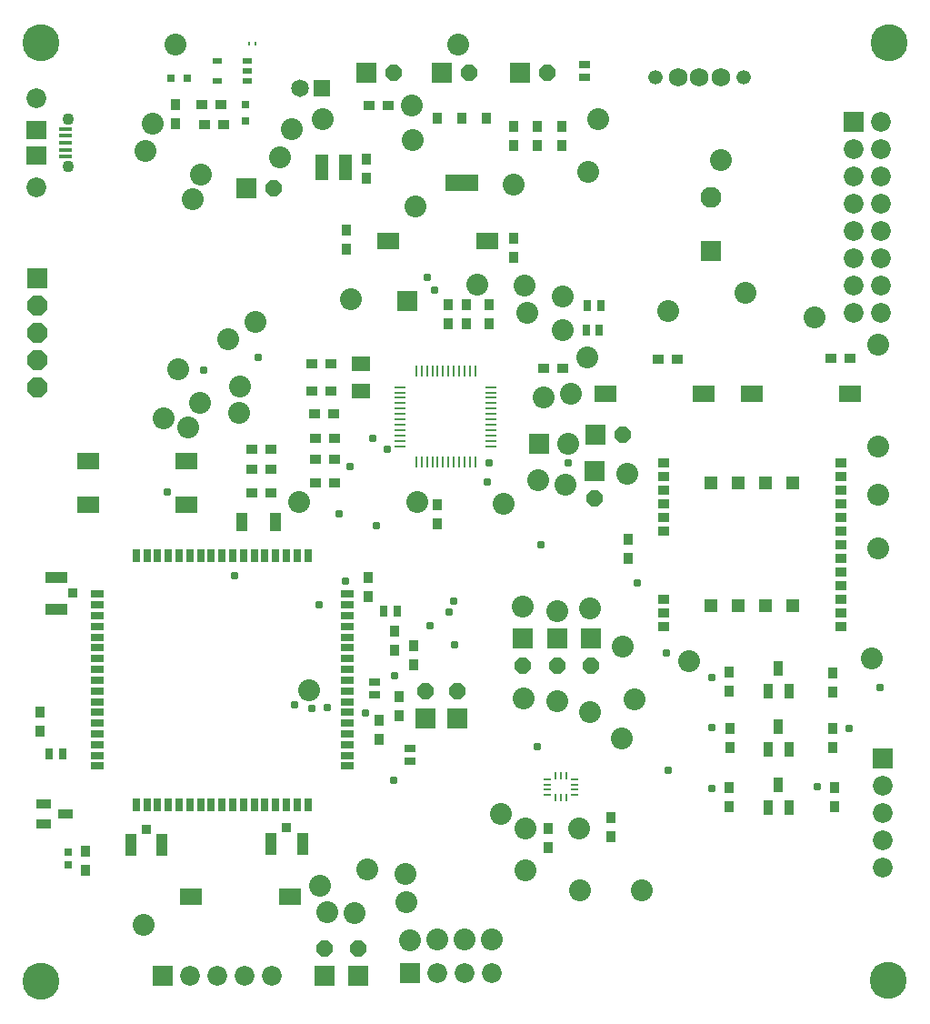
<source format=gts>
%FSLAX35Y35*%
%MOMM*%
G04 EasyPC Gerber Version 18.0.9 Build 3640 *
%AMT117*0 Octagon Pad at angle 0*4,1,8,-0.30300,-0.73200,0.30300,-0.73200,0.73200,-0.30300,0.73200,0.30300,0.30300,0.73200,-0.30300,0.73200,-0.73200,0.30300,-0.73200,-0.30300,-0.30300,-0.73200,0*%
%ADD117T117*%
%AMT148*0 Octagon Pad at angle 0*4,1,8,-0.38090,-0.92000,0.38090,-0.92000,0.92000,-0.38090,0.92000,0.38090,0.38090,0.92000,-0.38090,0.92000,-0.92000,0.38090,-0.92000,-0.38090,-0.38090,-0.92000,0*%
%ADD148T148*%
%ADD113R,0.15000X0.41000*%
%ADD145R,0.26000X0.99000*%
%ADD155R,0.29000X0.71500*%
%ADD144R,0.99000X0.26000*%
%ADD156R,0.71500X0.29000*%
%ADD104R,1.29000X0.34000*%
%ADD108R,0.84000X0.49000*%
%ADD151R,0.66000X1.29000*%
%ADD112R,0.74000X0.74000*%
%ADD152R,0.74000X1.14000*%
%ADD150R,1.29000X0.66000*%
%ADD109R,0.74000X0.74000*%
%ADD120R,1.14000X0.74000*%
%ADD118R,0.84000X0.99000*%
%ADD153R,1.14000X0.84000*%
%ADD161R,0.94000X0.94000*%
%ADD110R,0.94000X1.03000*%
%ADD159R,0.94000X0.94000*%
%ADD111R,1.03000X0.94000*%
%ADD163R,0.94000X1.34000*%
%ADD157R,1.34000X0.94000*%
%ADD160R,0.99000X2.14000*%
%ADD158R,2.14000X0.99000*%
%ADD162R,1.05400X1.74200*%
%ADD147R,1.15000X2.34000*%
%ADD154R,1.21000X1.21000*%
%ADD149R,1.69000X1.34000*%
%ADD119R,3.04000X1.49000*%
%ADD146R,2.12000X1.54000*%
%ADD105R,1.84000X1.74000*%
%ADD115R,1.64000X1.64000*%
%ADD116R,1.84000X1.84000*%
%ADD121R,1.94000X1.94000*%
%ADD164C,0.79000*%
%ADD107C,1.09000*%
%ADD143C,1.34000*%
%ADD114C,1.64000*%
%ADD123C,1.74000*%
%ADD106C,1.84000*%
%ADD122C,1.94000*%
%ADD102C,2.04000*%
%ADD103C,3.44000*%
X0Y0D02*
D02*
D102*
X1433160Y868720D03*
X1454640Y8074790D03*
X1518140Y8331790D03*
X1620190Y5585680D03*
X1734040Y9068390D03*
X1759670Y6045330D03*
X1848430Y5500090D03*
X1895980Y7627160D03*
X1956210Y5728330D03*
X1965720Y7858570D03*
X2225660Y6317950D03*
X2325080Y5633230D03*
X2336610Y5883660D03*
X2476090Y6482790D03*
X2704330Y8013900D03*
X2812110Y8280180D03*
X2885020Y4802690D03*
X2980120Y3052850D03*
X3081560Y1236440D03*
X3103750Y8368940D03*
X3141790Y986010D03*
X3363690Y6692010D03*
X3398560Y979670D03*
X3522190Y1388600D03*
X3877230Y1344220D03*
X3883570Y1077940D03*
X3914670Y729240D03*
X3931140Y8496890D03*
X3943840Y8179390D03*
X3969240Y7557090D03*
X3985010Y4802690D03*
X4168670Y735580D03*
X4362940Y9068390D03*
X4422470Y735580D03*
X4542930Y6831490D03*
X4676670Y735580D03*
X4758490Y1898970D03*
X4787020Y4790010D03*
X4883640Y7760290D03*
X4964540Y3829500D03*
X4970880Y2979940D03*
X4986730Y6825150D03*
X4989900Y1375920D03*
Y1765970D03*
X5005750Y6568380D03*
X5107190Y5008740D03*
X5161080Y5776290D03*
X5284710Y3794630D03*
X5291050Y2948240D03*
X5341770Y6403540D03*
Y6723710D03*
X5367130Y4967530D03*
X5386150Y5347930D03*
X5411510Y5813920D03*
X5487590Y1765830D03*
X5500270Y1188890D03*
X5563670Y6156280D03*
X5573180Y7883930D03*
X5592200Y2849970D03*
X5595370Y3813650D03*
X5671040Y8369890D03*
X5890180Y2609050D03*
X5899690Y3458610D03*
X5937730Y5072140D03*
X6010640Y2970430D03*
X6074040Y1188890D03*
X6321300Y6581060D03*
X6511500Y3328640D03*
X6810840Y7988890D03*
X7044060Y6752240D03*
X7681230Y6524000D03*
X8213790Y3350830D03*
X8277190Y5322570D03*
X8280360Y4377910D03*
Y4875600D03*
Y6267230D03*
D02*
D103*
X475820Y345670D03*
X478990Y9081090D03*
X8366490Y352010D03*
X8378630Y9081090D03*
D02*
D104*
X704060Y8020990D03*
Y8085990D03*
Y8150990D03*
Y8215990D03*
Y8280990D03*
D02*
D105*
X436560Y8035990D03*
Y8265990D03*
D02*
D106*
Y7733490D03*
Y8568490D03*
X1867050Y396390D03*
X2121050D03*
X2375050D03*
X2629050D03*
X4168670Y421750D03*
X4422670D03*
X4676670D03*
X8045940Y6566490D03*
Y6820490D03*
Y7074490D03*
Y7328490D03*
Y7582490D03*
Y7836490D03*
Y8090490D03*
X8299940Y6566490D03*
Y6820490D03*
Y7074490D03*
Y7328490D03*
Y7582490D03*
Y7836490D03*
Y8090490D03*
Y8344490D03*
X8318400Y1403650D03*
Y1657650D03*
Y1911650D03*
Y2165650D03*
D02*
D107*
X736560Y7928490D03*
Y8373490D03*
D02*
D108*
X2121390Y8725740D03*
Y8915740D03*
X2400790Y8725740D03*
Y8820740D03*
Y8915740D03*
D02*
D109*
X735530Y1430040D03*
Y1550040D03*
X1692140Y8750890D03*
X1842140D03*
D02*
D110*
X472420Y2672310D03*
Y2850110D03*
X897200Y1375780D03*
Y1553580D03*
X1734040Y8325440D03*
Y8503240D03*
X3321540Y7164200D03*
Y7342000D03*
X3512040Y7817220D03*
Y7995020D03*
X3528530Y3927630D03*
Y4105430D03*
X3629970Y2596230D03*
Y2774030D03*
X3775790Y3423600D03*
Y3601400D03*
X3813830Y2818130D03*
Y2995930D03*
X3946970Y3290460D03*
Y3468260D03*
X4172440Y4606010D03*
Y4783810D03*
X4274040Y6466800D03*
Y6644600D03*
X4439140Y6466800D03*
Y6644600D03*
X4655040Y6466800D03*
Y6644600D03*
X4883640Y7084950D03*
Y7262750D03*
Y8128590D03*
Y8306390D03*
X5099540Y8128590D03*
Y8306390D03*
X5202290Y1588170D03*
Y1765970D03*
X5328140Y8128590D03*
Y8306390D03*
X5785570Y1689610D03*
Y1867410D03*
X5944070Y4282670D03*
Y4460470D03*
X6891900Y1970680D03*
Y2148480D03*
Y3043200D03*
Y3221000D03*
X6898240Y2522260D03*
Y2700060D03*
X7855580Y2522260D03*
Y2700060D03*
Y3033690D03*
Y3211490D03*
X7868260Y1970680D03*
Y2148480D03*
D02*
D111*
X1975340Y8509590D03*
X2000740Y8319090D03*
X2153140Y8509590D03*
X2178540Y8319090D03*
X2445770Y4889070D03*
Y5110970D03*
Y5300380D03*
X2623570Y4889070D03*
Y5110970D03*
Y5300380D03*
X2998420Y5835270D03*
Y6093080D03*
X3027530Y5626690D03*
X3033650Y4983380D03*
Y5207590D03*
Y5398090D03*
X3176220Y5835270D03*
Y6093080D03*
X3205330Y5626690D03*
X3211450Y4983380D03*
Y5207590D03*
Y5398090D03*
X3537440Y8496890D03*
X3715240D03*
X5160940Y6051670D03*
X5338740D03*
X6229230Y6134090D03*
X6407030D03*
X7839590Y6140430D03*
X8017390D03*
D02*
D112*
X2381740Y8357040D03*
Y8507040D03*
D02*
D113*
X2414560Y9074740D03*
X2480560D03*
D02*
D114*
X2891340Y8661990D03*
D02*
D115*
X3091340D03*
D02*
D116*
X440950Y6891720D03*
X1613050Y396390D03*
X2390300Y7728600D03*
X3116430Y399360D03*
X3436600D03*
X3512040Y8801690D03*
X3886740Y6679330D03*
X3914670Y421750D03*
X4058300Y2792710D03*
X4210540Y8801690D03*
X4353110Y2792710D03*
X4940790Y8801690D03*
X4967710Y3534890D03*
X5119870Y5351100D03*
X5284710Y3534890D03*
X5604880D03*
X5636580Y5094530D03*
X5645890Y5433520D03*
X8045940Y8344490D03*
X8318400Y2419650D03*
D02*
D117*
X2644300Y7728600D03*
X3116430Y653360D03*
X3436600D03*
X3766040Y8801690D03*
X4058300Y3046710D03*
X4353110D03*
X4464540Y8801690D03*
X4967710Y3280890D03*
X5194790Y8801690D03*
X5284710Y3280890D03*
X5604880D03*
X5636580Y4840530D03*
X5899890Y5433520D03*
D02*
D118*
X4171040Y8377790D03*
X4401040D03*
X4631040D03*
D02*
D119*
X4401040Y7777790D03*
D02*
D120*
X3588760Y3008700D03*
Y3128700D03*
X3912100Y2393720D03*
Y2513720D03*
X5544040Y8757240D03*
Y8877240D03*
D02*
D121*
X6718790Y7141990D03*
D02*
D122*
Y7641990D03*
D02*
D123*
X6410840Y8757240D03*
X6610840D03*
X6810840D03*
D02*
D143*
X6200840D03*
X7020840D03*
D02*
D144*
X3826140Y5326290D03*
Y5376290D03*
Y5426290D03*
Y5476290D03*
Y5526290D03*
Y5576290D03*
Y5626290D03*
Y5676290D03*
Y5726290D03*
Y5776290D03*
Y5826290D03*
Y5876290D03*
X4671140Y5326290D03*
Y5376290D03*
Y5426290D03*
Y5476290D03*
Y5526290D03*
Y5576290D03*
Y5626290D03*
Y5676290D03*
Y5726290D03*
Y5776290D03*
Y5826290D03*
Y5876290D03*
D02*
D145*
X3973640Y5178790D03*
Y6023790D03*
X4023640Y5178790D03*
Y6023790D03*
X4073640Y5178790D03*
Y6023790D03*
X4123640Y5178790D03*
Y6023790D03*
X4173640Y5178790D03*
Y6023790D03*
X4223640Y5178790D03*
Y6023790D03*
X4273640Y5178790D03*
Y6023790D03*
X4323640Y5178790D03*
Y6023790D03*
X4373640Y5178790D03*
Y6023790D03*
X4423640Y5178790D03*
Y6023790D03*
X4473640Y5178790D03*
Y6023790D03*
X4523640Y5178790D03*
Y6023790D03*
D02*
D146*
X916100Y4777330D03*
Y5186260D03*
X1836100Y4777330D03*
Y5186260D03*
X1876610Y1128660D03*
X2796610D03*
X3712440Y7239590D03*
X4632440D03*
X5734500Y5817090D03*
X6654500D03*
X7097600Y5810750D03*
X8017600D03*
D02*
D147*
X3097740Y7921970D03*
X3316740D03*
D02*
D148*
X440950Y5875720D03*
Y6129720D03*
Y6383720D03*
Y6637720D03*
D02*
D149*
X3455620Y5841080D03*
Y6091080D03*
D02*
D150*
X1002930Y2347950D03*
Y2447950D03*
Y2547950D03*
Y2647950D03*
Y2747950D03*
Y2847950D03*
Y2947950D03*
Y3047950D03*
Y3147950D03*
Y3247950D03*
Y3347950D03*
Y3447950D03*
Y3547950D03*
Y3647950D03*
Y3747950D03*
Y3847950D03*
Y3947950D03*
X3327930Y2347950D03*
Y2447950D03*
Y2547950D03*
Y2647950D03*
Y2747950D03*
Y2847950D03*
Y2947950D03*
Y3047950D03*
Y3147950D03*
Y3247950D03*
Y3347950D03*
Y3447950D03*
Y3547950D03*
Y3647950D03*
Y3747950D03*
Y3847950D03*
Y3947950D03*
D02*
D151*
X1365430Y1985450D03*
Y4310450D03*
X1465430Y1985450D03*
Y4310450D03*
X1565430Y1985450D03*
Y4310450D03*
X1665430Y1985450D03*
Y4310450D03*
X1765430Y1985450D03*
Y4310450D03*
X1865430Y1985450D03*
Y4310450D03*
X1965430Y1985450D03*
Y4310450D03*
X2065430Y1985450D03*
Y4310450D03*
X2165430Y1985450D03*
Y4310450D03*
X2265430Y1985450D03*
Y4310450D03*
X2365430Y1985450D03*
Y4310450D03*
X2465430Y1985450D03*
Y4310450D03*
X2565430Y1985450D03*
Y4310450D03*
X2665430Y1985450D03*
Y4310450D03*
X2765430Y1985450D03*
Y4310450D03*
X2865430Y1985450D03*
Y4310450D03*
X2965430Y1985450D03*
Y4310450D03*
D02*
D152*
X558240Y2460060D03*
X678240D03*
X3674580Y3794630D03*
X3794580D03*
X5557560Y6403540D03*
X5570240Y6638120D03*
X5677560Y6403540D03*
X5690240Y6638120D03*
D02*
D153*
X6275620Y3650780D03*
Y3777780D03*
Y3904780D03*
Y4539780D03*
Y4666780D03*
Y4793780D03*
Y4920780D03*
Y5047780D03*
Y5174780D03*
X7926620Y3650780D03*
Y3777780D03*
Y3904780D03*
Y4031780D03*
Y4158780D03*
Y4285780D03*
Y4412780D03*
Y4539780D03*
Y4666780D03*
Y4793780D03*
Y4920780D03*
Y5047780D03*
Y5174780D03*
D02*
D154*
X6720120Y3842280D03*
Y4983280D03*
X6974120Y3842280D03*
Y4983280D03*
X7228120Y3842280D03*
Y4983280D03*
X7482120Y3842280D03*
Y4983280D03*
D02*
D155*
X5268670Y2051320D03*
Y2253820D03*
X5318670Y2051320D03*
Y2253820D03*
X5368670Y2051320D03*
Y2253820D03*
D02*
D156*
X5192420Y2077570D03*
Y2127570D03*
Y2177570D03*
Y2227570D03*
X5444920Y2077570D03*
Y2127570D03*
Y2177570D03*
Y2227570D03*
D02*
D157*
X500560Y1807140D03*
Y1997140D03*
X710560Y1902140D03*
D02*
D158*
X626130Y3808800D03*
Y4103800D03*
D02*
D159*
X776130Y3956300D03*
D02*
D160*
X1313240Y1611820D03*
X1608240D03*
X2619280Y1621330D03*
X2914280D03*
D02*
D161*
X1460740Y1761820D03*
X2766780Y1771330D03*
D02*
D162*
X2350390Y4618830D03*
X2665190D03*
D02*
D163*
X7254200Y1960920D03*
Y2506160D03*
Y3049290D03*
X7349200Y2170920D03*
Y2716160D03*
Y3259290D03*
X7444200Y1960920D03*
Y2506160D03*
Y3049290D03*
D02*
D164*
X1655060Y4897790D03*
X1997420Y6032650D03*
X2279550Y4121140D03*
X2501450Y6156280D03*
X2837470Y2919710D03*
X3005480Y2881670D03*
X3065710Y3851690D03*
X3148130Y2891180D03*
X3259080Y4694910D03*
X3312970Y4070420D03*
X3357350Y5138710D03*
X3503170Y2840460D03*
X3572910Y5401820D03*
X3601440Y4590300D03*
X3706050Y5294040D03*
X3766280Y2212800D03*
X3775790Y3192330D03*
X4073640Y6896690D03*
X4099130Y3651980D03*
X4147040Y6782390D03*
X4282990Y3781950D03*
X4321030Y3883390D03*
X4330540Y3480800D03*
X4638030Y4992890D03*
X4653880Y5170410D03*
X5100850Y2526630D03*
X5138890Y4412780D03*
X5389320Y5170410D03*
X6029660Y4054570D03*
X6305450Y3398380D03*
X6324470Y2304730D03*
X6730230Y2139890D03*
Y2704150D03*
Y3173310D03*
X7709760Y2152570D03*
X8001400Y2700980D03*
X8293040Y3078210D03*
X0Y0D02*
M02*

</source>
